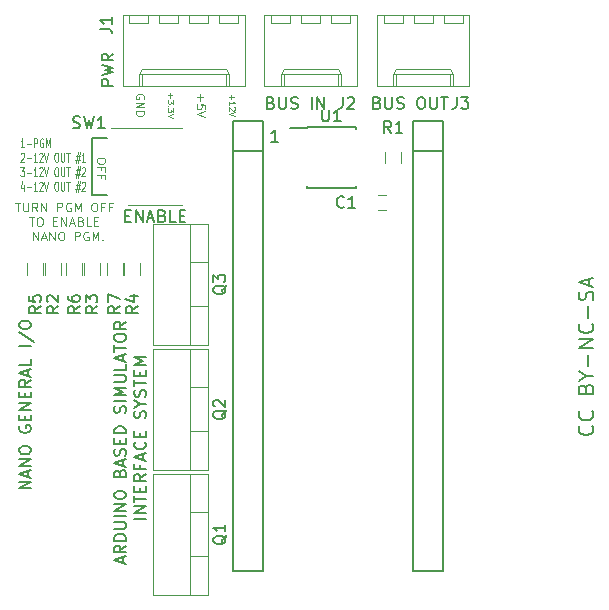
<source format=gto>
G04 #@! TF.FileFunction,Legend,Top*
%FSLAX46Y46*%
G04 Gerber Fmt 4.6, Leading zero omitted, Abs format (unit mm)*
G04 Created by KiCad (PCBNEW 4.0.7) date 02/19/18 15:12:52*
%MOMM*%
%LPD*%
G01*
G04 APERTURE LIST*
%ADD10C,0.100000*%
%ADD11C,0.150000*%
%ADD12C,0.200000*%
%ADD13C,0.120000*%
G04 APERTURE END LIST*
D10*
D11*
X133858000Y-77470000D02*
X135128000Y-77470000D01*
X133858000Y-72644000D02*
X133858000Y-77470000D01*
X135128000Y-72644000D02*
X133858000Y-72644000D01*
D10*
X135030714Y-74489429D02*
X135030714Y-74632286D01*
X134995000Y-74703714D01*
X134923571Y-74775143D01*
X134780714Y-74810857D01*
X134530714Y-74810857D01*
X134387857Y-74775143D01*
X134316429Y-74703714D01*
X134280714Y-74632286D01*
X134280714Y-74489429D01*
X134316429Y-74418000D01*
X134387857Y-74346571D01*
X134530714Y-74310857D01*
X134780714Y-74310857D01*
X134923571Y-74346571D01*
X134995000Y-74418000D01*
X135030714Y-74489429D01*
X134673571Y-75382285D02*
X134673571Y-75132285D01*
X134280714Y-75132285D02*
X135030714Y-75132285D01*
X135030714Y-75489428D01*
X134673571Y-76025142D02*
X134673571Y-75775142D01*
X134280714Y-75775142D02*
X135030714Y-75775142D01*
X135030714Y-76132285D01*
X128142952Y-73431786D02*
X127857238Y-73431786D01*
X128000095Y-73431786D02*
X128000095Y-72681786D01*
X127952476Y-72788929D01*
X127904857Y-72860357D01*
X127857238Y-72896071D01*
X128357238Y-73146071D02*
X128738190Y-73146071D01*
X128976286Y-73431786D02*
X128976286Y-72681786D01*
X129166762Y-72681786D01*
X129214381Y-72717500D01*
X129238190Y-72753214D01*
X129262000Y-72824643D01*
X129262000Y-72931786D01*
X129238190Y-73003214D01*
X129214381Y-73038929D01*
X129166762Y-73074643D01*
X128976286Y-73074643D01*
X129738190Y-72717500D02*
X129690571Y-72681786D01*
X129619143Y-72681786D01*
X129547714Y-72717500D01*
X129500095Y-72788929D01*
X129476286Y-72860357D01*
X129452476Y-73003214D01*
X129452476Y-73110357D01*
X129476286Y-73253214D01*
X129500095Y-73324643D01*
X129547714Y-73396071D01*
X129619143Y-73431786D01*
X129666762Y-73431786D01*
X129738190Y-73396071D01*
X129762000Y-73360357D01*
X129762000Y-73110357D01*
X129666762Y-73110357D01*
X129976286Y-73431786D02*
X129976286Y-72681786D01*
X130142952Y-73217500D01*
X130309619Y-72681786D01*
X130309619Y-73431786D01*
X127857238Y-73978214D02*
X127881048Y-73942500D01*
X127928667Y-73906786D01*
X128047714Y-73906786D01*
X128095333Y-73942500D01*
X128119143Y-73978214D01*
X128142952Y-74049643D01*
X128142952Y-74121071D01*
X128119143Y-74228214D01*
X127833429Y-74656786D01*
X128142952Y-74656786D01*
X128357238Y-74371071D02*
X128738190Y-74371071D01*
X129238190Y-74656786D02*
X128952476Y-74656786D01*
X129095333Y-74656786D02*
X129095333Y-73906786D01*
X129047714Y-74013929D01*
X129000095Y-74085357D01*
X128952476Y-74121071D01*
X129428666Y-73978214D02*
X129452476Y-73942500D01*
X129500095Y-73906786D01*
X129619142Y-73906786D01*
X129666761Y-73942500D01*
X129690571Y-73978214D01*
X129714380Y-74049643D01*
X129714380Y-74121071D01*
X129690571Y-74228214D01*
X129404857Y-74656786D01*
X129714380Y-74656786D01*
X129857237Y-73906786D02*
X130023904Y-74656786D01*
X130190570Y-73906786D01*
X130833427Y-73906786D02*
X130928665Y-73906786D01*
X130976284Y-73942500D01*
X131023903Y-74013929D01*
X131047712Y-74156786D01*
X131047712Y-74406786D01*
X131023903Y-74549643D01*
X130976284Y-74621071D01*
X130928665Y-74656786D01*
X130833427Y-74656786D01*
X130785808Y-74621071D01*
X130738189Y-74549643D01*
X130714379Y-74406786D01*
X130714379Y-74156786D01*
X130738189Y-74013929D01*
X130785808Y-73942500D01*
X130833427Y-73906786D01*
X131261999Y-73906786D02*
X131261999Y-74513929D01*
X131285808Y-74585357D01*
X131309618Y-74621071D01*
X131357237Y-74656786D01*
X131452475Y-74656786D01*
X131500094Y-74621071D01*
X131523903Y-74585357D01*
X131547713Y-74513929D01*
X131547713Y-73906786D01*
X131714380Y-73906786D02*
X132000094Y-73906786D01*
X131857237Y-74656786D02*
X131857237Y-73906786D01*
X132523903Y-74156786D02*
X132881046Y-74156786D01*
X132666760Y-73835357D02*
X132523903Y-74799643D01*
X132833427Y-74478214D02*
X132476284Y-74478214D01*
X132690570Y-74799643D02*
X132833427Y-73835357D01*
X133309617Y-74656786D02*
X133023903Y-74656786D01*
X133166760Y-74656786D02*
X133166760Y-73906786D01*
X133119141Y-74013929D01*
X133071522Y-74085357D01*
X133023903Y-74121071D01*
X127833429Y-75131786D02*
X128142952Y-75131786D01*
X127976286Y-75417500D01*
X128047714Y-75417500D01*
X128095333Y-75453214D01*
X128119143Y-75488929D01*
X128142952Y-75560357D01*
X128142952Y-75738929D01*
X128119143Y-75810357D01*
X128095333Y-75846071D01*
X128047714Y-75881786D01*
X127904857Y-75881786D01*
X127857238Y-75846071D01*
X127833429Y-75810357D01*
X128357238Y-75596071D02*
X128738190Y-75596071D01*
X129238190Y-75881786D02*
X128952476Y-75881786D01*
X129095333Y-75881786D02*
X129095333Y-75131786D01*
X129047714Y-75238929D01*
X129000095Y-75310357D01*
X128952476Y-75346071D01*
X129428666Y-75203214D02*
X129452476Y-75167500D01*
X129500095Y-75131786D01*
X129619142Y-75131786D01*
X129666761Y-75167500D01*
X129690571Y-75203214D01*
X129714380Y-75274643D01*
X129714380Y-75346071D01*
X129690571Y-75453214D01*
X129404857Y-75881786D01*
X129714380Y-75881786D01*
X129857237Y-75131786D02*
X130023904Y-75881786D01*
X130190570Y-75131786D01*
X130833427Y-75131786D02*
X130928665Y-75131786D01*
X130976284Y-75167500D01*
X131023903Y-75238929D01*
X131047712Y-75381786D01*
X131047712Y-75631786D01*
X131023903Y-75774643D01*
X130976284Y-75846071D01*
X130928665Y-75881786D01*
X130833427Y-75881786D01*
X130785808Y-75846071D01*
X130738189Y-75774643D01*
X130714379Y-75631786D01*
X130714379Y-75381786D01*
X130738189Y-75238929D01*
X130785808Y-75167500D01*
X130833427Y-75131786D01*
X131261999Y-75131786D02*
X131261999Y-75738929D01*
X131285808Y-75810357D01*
X131309618Y-75846071D01*
X131357237Y-75881786D01*
X131452475Y-75881786D01*
X131500094Y-75846071D01*
X131523903Y-75810357D01*
X131547713Y-75738929D01*
X131547713Y-75131786D01*
X131714380Y-75131786D02*
X132000094Y-75131786D01*
X131857237Y-75881786D02*
X131857237Y-75131786D01*
X132523903Y-75381786D02*
X132881046Y-75381786D01*
X132666760Y-75060357D02*
X132523903Y-76024643D01*
X132833427Y-75703214D02*
X132476284Y-75703214D01*
X132690570Y-76024643D02*
X132833427Y-75060357D01*
X133023903Y-75203214D02*
X133047713Y-75167500D01*
X133095332Y-75131786D01*
X133214379Y-75131786D01*
X133261998Y-75167500D01*
X133285808Y-75203214D01*
X133309617Y-75274643D01*
X133309617Y-75346071D01*
X133285808Y-75453214D01*
X133000094Y-75881786D01*
X133309617Y-75881786D01*
X128095333Y-76606786D02*
X128095333Y-77106786D01*
X127976286Y-76321071D02*
X127857238Y-76856786D01*
X128166762Y-76856786D01*
X128357238Y-76821071D02*
X128738190Y-76821071D01*
X129238190Y-77106786D02*
X128952476Y-77106786D01*
X129095333Y-77106786D02*
X129095333Y-76356786D01*
X129047714Y-76463929D01*
X129000095Y-76535357D01*
X128952476Y-76571071D01*
X129428666Y-76428214D02*
X129452476Y-76392500D01*
X129500095Y-76356786D01*
X129619142Y-76356786D01*
X129666761Y-76392500D01*
X129690571Y-76428214D01*
X129714380Y-76499643D01*
X129714380Y-76571071D01*
X129690571Y-76678214D01*
X129404857Y-77106786D01*
X129714380Y-77106786D01*
X129857237Y-76356786D02*
X130023904Y-77106786D01*
X130190570Y-76356786D01*
X130833427Y-76356786D02*
X130928665Y-76356786D01*
X130976284Y-76392500D01*
X131023903Y-76463929D01*
X131047712Y-76606786D01*
X131047712Y-76856786D01*
X131023903Y-76999643D01*
X130976284Y-77071071D01*
X130928665Y-77106786D01*
X130833427Y-77106786D01*
X130785808Y-77071071D01*
X130738189Y-76999643D01*
X130714379Y-76856786D01*
X130714379Y-76606786D01*
X130738189Y-76463929D01*
X130785808Y-76392500D01*
X130833427Y-76356786D01*
X131261999Y-76356786D02*
X131261999Y-76963929D01*
X131285808Y-77035357D01*
X131309618Y-77071071D01*
X131357237Y-77106786D01*
X131452475Y-77106786D01*
X131500094Y-77071071D01*
X131523903Y-77035357D01*
X131547713Y-76963929D01*
X131547713Y-76356786D01*
X131714380Y-76356786D02*
X132000094Y-76356786D01*
X131857237Y-77106786D02*
X131857237Y-76356786D01*
X132523903Y-76606786D02*
X132881046Y-76606786D01*
X132666760Y-76285357D02*
X132523903Y-77249643D01*
X132833427Y-76928214D02*
X132476284Y-76928214D01*
X132690570Y-77249643D02*
X132833427Y-76285357D01*
X133023903Y-76428214D02*
X133047713Y-76392500D01*
X133095332Y-76356786D01*
X133214379Y-76356786D01*
X133261998Y-76392500D01*
X133285808Y-76428214D01*
X133309617Y-76499643D01*
X133309617Y-76571071D01*
X133285808Y-76678214D01*
X133000094Y-77106786D01*
X133309617Y-77106786D01*
X127379572Y-78120286D02*
X127808143Y-78120286D01*
X127593857Y-78870286D02*
X127593857Y-78120286D01*
X128058143Y-78120286D02*
X128058143Y-78727429D01*
X128093858Y-78798857D01*
X128129572Y-78834571D01*
X128201001Y-78870286D01*
X128343858Y-78870286D01*
X128415286Y-78834571D01*
X128451001Y-78798857D01*
X128486715Y-78727429D01*
X128486715Y-78120286D01*
X129272429Y-78870286D02*
X129022429Y-78513143D01*
X128843857Y-78870286D02*
X128843857Y-78120286D01*
X129129572Y-78120286D01*
X129201000Y-78156000D01*
X129236715Y-78191714D01*
X129272429Y-78263143D01*
X129272429Y-78370286D01*
X129236715Y-78441714D01*
X129201000Y-78477429D01*
X129129572Y-78513143D01*
X128843857Y-78513143D01*
X129593857Y-78870286D02*
X129593857Y-78120286D01*
X130022429Y-78870286D01*
X130022429Y-78120286D01*
X130951000Y-78870286D02*
X130951000Y-78120286D01*
X131236715Y-78120286D01*
X131308143Y-78156000D01*
X131343858Y-78191714D01*
X131379572Y-78263143D01*
X131379572Y-78370286D01*
X131343858Y-78441714D01*
X131308143Y-78477429D01*
X131236715Y-78513143D01*
X130951000Y-78513143D01*
X132093858Y-78156000D02*
X132022429Y-78120286D01*
X131915286Y-78120286D01*
X131808143Y-78156000D01*
X131736715Y-78227429D01*
X131701000Y-78298857D01*
X131665286Y-78441714D01*
X131665286Y-78548857D01*
X131701000Y-78691714D01*
X131736715Y-78763143D01*
X131808143Y-78834571D01*
X131915286Y-78870286D01*
X131986715Y-78870286D01*
X132093858Y-78834571D01*
X132129572Y-78798857D01*
X132129572Y-78548857D01*
X131986715Y-78548857D01*
X132451000Y-78870286D02*
X132451000Y-78120286D01*
X132701000Y-78656000D01*
X132951000Y-78120286D01*
X132951000Y-78870286D01*
X134022430Y-78120286D02*
X134165287Y-78120286D01*
X134236715Y-78156000D01*
X134308144Y-78227429D01*
X134343858Y-78370286D01*
X134343858Y-78620286D01*
X134308144Y-78763143D01*
X134236715Y-78834571D01*
X134165287Y-78870286D01*
X134022430Y-78870286D01*
X133951001Y-78834571D01*
X133879572Y-78763143D01*
X133843858Y-78620286D01*
X133843858Y-78370286D01*
X133879572Y-78227429D01*
X133951001Y-78156000D01*
X134022430Y-78120286D01*
X134915286Y-78477429D02*
X134665286Y-78477429D01*
X134665286Y-78870286D02*
X134665286Y-78120286D01*
X135022429Y-78120286D01*
X135558143Y-78477429D02*
X135308143Y-78477429D01*
X135308143Y-78870286D02*
X135308143Y-78120286D01*
X135665286Y-78120286D01*
X128576001Y-79345286D02*
X129004572Y-79345286D01*
X128790286Y-80095286D02*
X128790286Y-79345286D01*
X129397430Y-79345286D02*
X129540287Y-79345286D01*
X129611715Y-79381000D01*
X129683144Y-79452429D01*
X129718858Y-79595286D01*
X129718858Y-79845286D01*
X129683144Y-79988143D01*
X129611715Y-80059571D01*
X129540287Y-80095286D01*
X129397430Y-80095286D01*
X129326001Y-80059571D01*
X129254572Y-79988143D01*
X129218858Y-79845286D01*
X129218858Y-79595286D01*
X129254572Y-79452429D01*
X129326001Y-79381000D01*
X129397430Y-79345286D01*
X130611715Y-79702429D02*
X130861715Y-79702429D01*
X130968858Y-80095286D02*
X130611715Y-80095286D01*
X130611715Y-79345286D01*
X130968858Y-79345286D01*
X131290286Y-80095286D02*
X131290286Y-79345286D01*
X131718858Y-80095286D01*
X131718858Y-79345286D01*
X132040286Y-79881000D02*
X132397429Y-79881000D01*
X131968858Y-80095286D02*
X132218858Y-79345286D01*
X132468858Y-80095286D01*
X132968857Y-79702429D02*
X133076000Y-79738143D01*
X133111715Y-79773857D01*
X133147429Y-79845286D01*
X133147429Y-79952429D01*
X133111715Y-80023857D01*
X133076000Y-80059571D01*
X133004572Y-80095286D01*
X132718857Y-80095286D01*
X132718857Y-79345286D01*
X132968857Y-79345286D01*
X133040286Y-79381000D01*
X133076000Y-79416714D01*
X133111715Y-79488143D01*
X133111715Y-79559571D01*
X133076000Y-79631000D01*
X133040286Y-79666714D01*
X132968857Y-79702429D01*
X132718857Y-79702429D01*
X133826000Y-80095286D02*
X133468857Y-80095286D01*
X133468857Y-79345286D01*
X134076000Y-79702429D02*
X134326000Y-79702429D01*
X134433143Y-80095286D02*
X134076000Y-80095286D01*
X134076000Y-79345286D01*
X134433143Y-79345286D01*
X128861714Y-81320286D02*
X128861714Y-80570286D01*
X129290286Y-81320286D01*
X129290286Y-80570286D01*
X129611714Y-81106000D02*
X129968857Y-81106000D01*
X129540286Y-81320286D02*
X129790286Y-80570286D01*
X130040286Y-81320286D01*
X130290285Y-81320286D02*
X130290285Y-80570286D01*
X130718857Y-81320286D01*
X130718857Y-80570286D01*
X131218857Y-80570286D02*
X131361714Y-80570286D01*
X131433142Y-80606000D01*
X131504571Y-80677429D01*
X131540285Y-80820286D01*
X131540285Y-81070286D01*
X131504571Y-81213143D01*
X131433142Y-81284571D01*
X131361714Y-81320286D01*
X131218857Y-81320286D01*
X131147428Y-81284571D01*
X131075999Y-81213143D01*
X131040285Y-81070286D01*
X131040285Y-80820286D01*
X131075999Y-80677429D01*
X131147428Y-80606000D01*
X131218857Y-80570286D01*
X132433142Y-81320286D02*
X132433142Y-80570286D01*
X132718857Y-80570286D01*
X132790285Y-80606000D01*
X132826000Y-80641714D01*
X132861714Y-80713143D01*
X132861714Y-80820286D01*
X132826000Y-80891714D01*
X132790285Y-80927429D01*
X132718857Y-80963143D01*
X132433142Y-80963143D01*
X133576000Y-80606000D02*
X133504571Y-80570286D01*
X133397428Y-80570286D01*
X133290285Y-80606000D01*
X133218857Y-80677429D01*
X133183142Y-80748857D01*
X133147428Y-80891714D01*
X133147428Y-80998857D01*
X133183142Y-81141714D01*
X133218857Y-81213143D01*
X133290285Y-81284571D01*
X133397428Y-81320286D01*
X133468857Y-81320286D01*
X133576000Y-81284571D01*
X133611714Y-81248857D01*
X133611714Y-80998857D01*
X133468857Y-80998857D01*
X133933142Y-81320286D02*
X133933142Y-80570286D01*
X134183142Y-81106000D01*
X134433142Y-80570286D01*
X134433142Y-81320286D01*
X134790285Y-81248857D02*
X134826000Y-81284571D01*
X134790285Y-81320286D01*
X134754571Y-81284571D01*
X134790285Y-81248857D01*
X134790285Y-81320286D01*
D12*
X176214429Y-97019333D02*
X176273952Y-97078857D01*
X176333476Y-97257428D01*
X176333476Y-97376476D01*
X176273952Y-97555048D01*
X176154905Y-97674095D01*
X176035857Y-97733619D01*
X175797762Y-97793143D01*
X175619190Y-97793143D01*
X175381095Y-97733619D01*
X175262048Y-97674095D01*
X175143000Y-97555048D01*
X175083476Y-97376476D01*
X175083476Y-97257428D01*
X175143000Y-97078857D01*
X175202524Y-97019333D01*
X176214429Y-95769333D02*
X176273952Y-95828857D01*
X176333476Y-96007428D01*
X176333476Y-96126476D01*
X176273952Y-96305048D01*
X176154905Y-96424095D01*
X176035857Y-96483619D01*
X175797762Y-96543143D01*
X175619190Y-96543143D01*
X175381095Y-96483619D01*
X175262048Y-96424095D01*
X175143000Y-96305048D01*
X175083476Y-96126476D01*
X175083476Y-96007428D01*
X175143000Y-95828857D01*
X175202524Y-95769333D01*
X175678714Y-93864571D02*
X175738238Y-93686000D01*
X175797762Y-93626476D01*
X175916810Y-93566952D01*
X176095381Y-93566952D01*
X176214429Y-93626476D01*
X176273952Y-93686000D01*
X176333476Y-93805047D01*
X176333476Y-94281238D01*
X175083476Y-94281238D01*
X175083476Y-93864571D01*
X175143000Y-93745524D01*
X175202524Y-93686000D01*
X175321571Y-93626476D01*
X175440619Y-93626476D01*
X175559667Y-93686000D01*
X175619190Y-93745524D01*
X175678714Y-93864571D01*
X175678714Y-94281238D01*
X175738238Y-92793143D02*
X176333476Y-92793143D01*
X175083476Y-93209809D02*
X175738238Y-92793143D01*
X175083476Y-92376476D01*
X175857286Y-91959809D02*
X175857286Y-91007428D01*
X176333476Y-90412190D02*
X175083476Y-90412190D01*
X176333476Y-89697904D01*
X175083476Y-89697904D01*
X176214429Y-88388380D02*
X176273952Y-88447904D01*
X176333476Y-88626475D01*
X176333476Y-88745523D01*
X176273952Y-88924095D01*
X176154905Y-89043142D01*
X176035857Y-89102666D01*
X175797762Y-89162190D01*
X175619190Y-89162190D01*
X175381095Y-89102666D01*
X175262048Y-89043142D01*
X175143000Y-88924095D01*
X175083476Y-88745523D01*
X175083476Y-88626475D01*
X175143000Y-88447904D01*
X175202524Y-88388380D01*
X175857286Y-87852666D02*
X175857286Y-86900285D01*
X176273952Y-86364571D02*
X176333476Y-86185999D01*
X176333476Y-85888380D01*
X176273952Y-85769333D01*
X176214429Y-85709809D01*
X176095381Y-85650285D01*
X175976333Y-85650285D01*
X175857286Y-85709809D01*
X175797762Y-85769333D01*
X175738238Y-85888380D01*
X175678714Y-86126476D01*
X175619190Y-86245523D01*
X175559667Y-86305047D01*
X175440619Y-86364571D01*
X175321571Y-86364571D01*
X175202524Y-86305047D01*
X175143000Y-86245523D01*
X175083476Y-86126476D01*
X175083476Y-85828856D01*
X175143000Y-85650285D01*
X175976333Y-85174095D02*
X175976333Y-84578857D01*
X176333476Y-85293142D02*
X175083476Y-84876476D01*
X176333476Y-84459809D01*
X128722381Y-102321429D02*
X127722381Y-102321429D01*
X128722381Y-101750000D01*
X127722381Y-101750000D01*
X128436667Y-101321429D02*
X128436667Y-100845238D01*
X128722381Y-101416667D02*
X127722381Y-101083334D01*
X128722381Y-100750000D01*
X128722381Y-100416667D02*
X127722381Y-100416667D01*
X128722381Y-99845238D01*
X127722381Y-99845238D01*
X127722381Y-99178572D02*
X127722381Y-98988095D01*
X127770000Y-98892857D01*
X127865238Y-98797619D01*
X128055714Y-98750000D01*
X128389048Y-98750000D01*
X128579524Y-98797619D01*
X128674762Y-98892857D01*
X128722381Y-98988095D01*
X128722381Y-99178572D01*
X128674762Y-99273810D01*
X128579524Y-99369048D01*
X128389048Y-99416667D01*
X128055714Y-99416667D01*
X127865238Y-99369048D01*
X127770000Y-99273810D01*
X127722381Y-99178572D01*
X127770000Y-97035714D02*
X127722381Y-97130952D01*
X127722381Y-97273809D01*
X127770000Y-97416667D01*
X127865238Y-97511905D01*
X127960476Y-97559524D01*
X128150952Y-97607143D01*
X128293810Y-97607143D01*
X128484286Y-97559524D01*
X128579524Y-97511905D01*
X128674762Y-97416667D01*
X128722381Y-97273809D01*
X128722381Y-97178571D01*
X128674762Y-97035714D01*
X128627143Y-96988095D01*
X128293810Y-96988095D01*
X128293810Y-97178571D01*
X128198571Y-96559524D02*
X128198571Y-96226190D01*
X128722381Y-96083333D02*
X128722381Y-96559524D01*
X127722381Y-96559524D01*
X127722381Y-96083333D01*
X128722381Y-95654762D02*
X127722381Y-95654762D01*
X128722381Y-95083333D01*
X127722381Y-95083333D01*
X128198571Y-94607143D02*
X128198571Y-94273809D01*
X128722381Y-94130952D02*
X128722381Y-94607143D01*
X127722381Y-94607143D01*
X127722381Y-94130952D01*
X128722381Y-93130952D02*
X128246190Y-93464286D01*
X128722381Y-93702381D02*
X127722381Y-93702381D01*
X127722381Y-93321428D01*
X127770000Y-93226190D01*
X127817619Y-93178571D01*
X127912857Y-93130952D01*
X128055714Y-93130952D01*
X128150952Y-93178571D01*
X128198571Y-93226190D01*
X128246190Y-93321428D01*
X128246190Y-93702381D01*
X128436667Y-92750000D02*
X128436667Y-92273809D01*
X128722381Y-92845238D02*
X127722381Y-92511905D01*
X128722381Y-92178571D01*
X128722381Y-91369047D02*
X128722381Y-91845238D01*
X127722381Y-91845238D01*
X128722381Y-90273809D02*
X127722381Y-90273809D01*
X127674762Y-89083333D02*
X128960476Y-89940476D01*
X127722381Y-88559524D02*
X127722381Y-88369047D01*
X127770000Y-88273809D01*
X127865238Y-88178571D01*
X128055714Y-88130952D01*
X128389048Y-88130952D01*
X128579524Y-88178571D01*
X128674762Y-88273809D01*
X128722381Y-88369047D01*
X128722381Y-88559524D01*
X128674762Y-88654762D01*
X128579524Y-88750000D01*
X128389048Y-88797619D01*
X128055714Y-88797619D01*
X127865238Y-88750000D01*
X127770000Y-88654762D01*
X127722381Y-88559524D01*
X136476667Y-108639238D02*
X136476667Y-108163047D01*
X136762381Y-108734476D02*
X135762381Y-108401143D01*
X136762381Y-108067809D01*
X136762381Y-107163047D02*
X136286190Y-107496381D01*
X136762381Y-107734476D02*
X135762381Y-107734476D01*
X135762381Y-107353523D01*
X135810000Y-107258285D01*
X135857619Y-107210666D01*
X135952857Y-107163047D01*
X136095714Y-107163047D01*
X136190952Y-107210666D01*
X136238571Y-107258285D01*
X136286190Y-107353523D01*
X136286190Y-107734476D01*
X136762381Y-106734476D02*
X135762381Y-106734476D01*
X135762381Y-106496381D01*
X135810000Y-106353523D01*
X135905238Y-106258285D01*
X136000476Y-106210666D01*
X136190952Y-106163047D01*
X136333810Y-106163047D01*
X136524286Y-106210666D01*
X136619524Y-106258285D01*
X136714762Y-106353523D01*
X136762381Y-106496381D01*
X136762381Y-106734476D01*
X135762381Y-105734476D02*
X136571905Y-105734476D01*
X136667143Y-105686857D01*
X136714762Y-105639238D01*
X136762381Y-105544000D01*
X136762381Y-105353523D01*
X136714762Y-105258285D01*
X136667143Y-105210666D01*
X136571905Y-105163047D01*
X135762381Y-105163047D01*
X136762381Y-104686857D02*
X135762381Y-104686857D01*
X136762381Y-104210667D02*
X135762381Y-104210667D01*
X136762381Y-103639238D01*
X135762381Y-103639238D01*
X135762381Y-102972572D02*
X135762381Y-102782095D01*
X135810000Y-102686857D01*
X135905238Y-102591619D01*
X136095714Y-102544000D01*
X136429048Y-102544000D01*
X136619524Y-102591619D01*
X136714762Y-102686857D01*
X136762381Y-102782095D01*
X136762381Y-102972572D01*
X136714762Y-103067810D01*
X136619524Y-103163048D01*
X136429048Y-103210667D01*
X136095714Y-103210667D01*
X135905238Y-103163048D01*
X135810000Y-103067810D01*
X135762381Y-102972572D01*
X136238571Y-101020190D02*
X136286190Y-100877333D01*
X136333810Y-100829714D01*
X136429048Y-100782095D01*
X136571905Y-100782095D01*
X136667143Y-100829714D01*
X136714762Y-100877333D01*
X136762381Y-100972571D01*
X136762381Y-101353524D01*
X135762381Y-101353524D01*
X135762381Y-101020190D01*
X135810000Y-100924952D01*
X135857619Y-100877333D01*
X135952857Y-100829714D01*
X136048095Y-100829714D01*
X136143333Y-100877333D01*
X136190952Y-100924952D01*
X136238571Y-101020190D01*
X136238571Y-101353524D01*
X136476667Y-100401143D02*
X136476667Y-99924952D01*
X136762381Y-100496381D02*
X135762381Y-100163048D01*
X136762381Y-99829714D01*
X136714762Y-99544000D02*
X136762381Y-99401143D01*
X136762381Y-99163047D01*
X136714762Y-99067809D01*
X136667143Y-99020190D01*
X136571905Y-98972571D01*
X136476667Y-98972571D01*
X136381429Y-99020190D01*
X136333810Y-99067809D01*
X136286190Y-99163047D01*
X136238571Y-99353524D01*
X136190952Y-99448762D01*
X136143333Y-99496381D01*
X136048095Y-99544000D01*
X135952857Y-99544000D01*
X135857619Y-99496381D01*
X135810000Y-99448762D01*
X135762381Y-99353524D01*
X135762381Y-99115428D01*
X135810000Y-98972571D01*
X136238571Y-98544000D02*
X136238571Y-98210666D01*
X136762381Y-98067809D02*
X136762381Y-98544000D01*
X135762381Y-98544000D01*
X135762381Y-98067809D01*
X136762381Y-97639238D02*
X135762381Y-97639238D01*
X135762381Y-97401143D01*
X135810000Y-97258285D01*
X135905238Y-97163047D01*
X136000476Y-97115428D01*
X136190952Y-97067809D01*
X136333810Y-97067809D01*
X136524286Y-97115428D01*
X136619524Y-97163047D01*
X136714762Y-97258285D01*
X136762381Y-97401143D01*
X136762381Y-97639238D01*
X136714762Y-95924952D02*
X136762381Y-95782095D01*
X136762381Y-95543999D01*
X136714762Y-95448761D01*
X136667143Y-95401142D01*
X136571905Y-95353523D01*
X136476667Y-95353523D01*
X136381429Y-95401142D01*
X136333810Y-95448761D01*
X136286190Y-95543999D01*
X136238571Y-95734476D01*
X136190952Y-95829714D01*
X136143333Y-95877333D01*
X136048095Y-95924952D01*
X135952857Y-95924952D01*
X135857619Y-95877333D01*
X135810000Y-95829714D01*
X135762381Y-95734476D01*
X135762381Y-95496380D01*
X135810000Y-95353523D01*
X136762381Y-94924952D02*
X135762381Y-94924952D01*
X136762381Y-94448762D02*
X135762381Y-94448762D01*
X136476667Y-94115428D01*
X135762381Y-93782095D01*
X136762381Y-93782095D01*
X135762381Y-93305905D02*
X136571905Y-93305905D01*
X136667143Y-93258286D01*
X136714762Y-93210667D01*
X136762381Y-93115429D01*
X136762381Y-92924952D01*
X136714762Y-92829714D01*
X136667143Y-92782095D01*
X136571905Y-92734476D01*
X135762381Y-92734476D01*
X136762381Y-91782095D02*
X136762381Y-92258286D01*
X135762381Y-92258286D01*
X136476667Y-91496381D02*
X136476667Y-91020190D01*
X136762381Y-91591619D02*
X135762381Y-91258286D01*
X136762381Y-90924952D01*
X135762381Y-90734476D02*
X135762381Y-90163047D01*
X136762381Y-90448762D02*
X135762381Y-90448762D01*
X135762381Y-89639238D02*
X135762381Y-89448761D01*
X135810000Y-89353523D01*
X135905238Y-89258285D01*
X136095714Y-89210666D01*
X136429048Y-89210666D01*
X136619524Y-89258285D01*
X136714762Y-89353523D01*
X136762381Y-89448761D01*
X136762381Y-89639238D01*
X136714762Y-89734476D01*
X136619524Y-89829714D01*
X136429048Y-89877333D01*
X136095714Y-89877333D01*
X135905238Y-89829714D01*
X135810000Y-89734476D01*
X135762381Y-89639238D01*
X136762381Y-88210666D02*
X136286190Y-88544000D01*
X136762381Y-88782095D02*
X135762381Y-88782095D01*
X135762381Y-88401142D01*
X135810000Y-88305904D01*
X135857619Y-88258285D01*
X135952857Y-88210666D01*
X136095714Y-88210666D01*
X136190952Y-88258285D01*
X136238571Y-88305904D01*
X136286190Y-88401142D01*
X136286190Y-88782095D01*
X138462381Y-104877334D02*
X137462381Y-104877334D01*
X138462381Y-104401144D02*
X137462381Y-104401144D01*
X138462381Y-103829715D01*
X137462381Y-103829715D01*
X137462381Y-103496382D02*
X137462381Y-102924953D01*
X138462381Y-103210668D02*
X137462381Y-103210668D01*
X137938571Y-102591620D02*
X137938571Y-102258286D01*
X138462381Y-102115429D02*
X138462381Y-102591620D01*
X137462381Y-102591620D01*
X137462381Y-102115429D01*
X138462381Y-101115429D02*
X137986190Y-101448763D01*
X138462381Y-101686858D02*
X137462381Y-101686858D01*
X137462381Y-101305905D01*
X137510000Y-101210667D01*
X137557619Y-101163048D01*
X137652857Y-101115429D01*
X137795714Y-101115429D01*
X137890952Y-101163048D01*
X137938571Y-101210667D01*
X137986190Y-101305905D01*
X137986190Y-101686858D01*
X137938571Y-100353524D02*
X137938571Y-100686858D01*
X138462381Y-100686858D02*
X137462381Y-100686858D01*
X137462381Y-100210667D01*
X138176667Y-99877334D02*
X138176667Y-99401143D01*
X138462381Y-99972572D02*
X137462381Y-99639239D01*
X138462381Y-99305905D01*
X138367143Y-98401143D02*
X138414762Y-98448762D01*
X138462381Y-98591619D01*
X138462381Y-98686857D01*
X138414762Y-98829715D01*
X138319524Y-98924953D01*
X138224286Y-98972572D01*
X138033810Y-99020191D01*
X137890952Y-99020191D01*
X137700476Y-98972572D01*
X137605238Y-98924953D01*
X137510000Y-98829715D01*
X137462381Y-98686857D01*
X137462381Y-98591619D01*
X137510000Y-98448762D01*
X137557619Y-98401143D01*
X137938571Y-97972572D02*
X137938571Y-97639238D01*
X138462381Y-97496381D02*
X138462381Y-97972572D01*
X137462381Y-97972572D01*
X137462381Y-97496381D01*
X138414762Y-96353524D02*
X138462381Y-96210667D01*
X138462381Y-95972571D01*
X138414762Y-95877333D01*
X138367143Y-95829714D01*
X138271905Y-95782095D01*
X138176667Y-95782095D01*
X138081429Y-95829714D01*
X138033810Y-95877333D01*
X137986190Y-95972571D01*
X137938571Y-96163048D01*
X137890952Y-96258286D01*
X137843333Y-96305905D01*
X137748095Y-96353524D01*
X137652857Y-96353524D01*
X137557619Y-96305905D01*
X137510000Y-96258286D01*
X137462381Y-96163048D01*
X137462381Y-95924952D01*
X137510000Y-95782095D01*
X137986190Y-95163048D02*
X138462381Y-95163048D01*
X137462381Y-95496381D02*
X137986190Y-95163048D01*
X137462381Y-94829714D01*
X138414762Y-94544000D02*
X138462381Y-94401143D01*
X138462381Y-94163047D01*
X138414762Y-94067809D01*
X138367143Y-94020190D01*
X138271905Y-93972571D01*
X138176667Y-93972571D01*
X138081429Y-94020190D01*
X138033810Y-94067809D01*
X137986190Y-94163047D01*
X137938571Y-94353524D01*
X137890952Y-94448762D01*
X137843333Y-94496381D01*
X137748095Y-94544000D01*
X137652857Y-94544000D01*
X137557619Y-94496381D01*
X137510000Y-94448762D01*
X137462381Y-94353524D01*
X137462381Y-94115428D01*
X137510000Y-93972571D01*
X137462381Y-93686857D02*
X137462381Y-93115428D01*
X138462381Y-93401143D02*
X137462381Y-93401143D01*
X137938571Y-92782095D02*
X137938571Y-92448761D01*
X138462381Y-92305904D02*
X138462381Y-92782095D01*
X137462381Y-92782095D01*
X137462381Y-92305904D01*
X138462381Y-91877333D02*
X137462381Y-91877333D01*
X138176667Y-91543999D01*
X137462381Y-91210666D01*
X138462381Y-91210666D01*
D10*
X138272000Y-69316667D02*
X138305333Y-69250001D01*
X138305333Y-69150001D01*
X138272000Y-69050001D01*
X138205333Y-68983334D01*
X138138667Y-68950001D01*
X138005333Y-68916667D01*
X137905333Y-68916667D01*
X137772000Y-68950001D01*
X137705333Y-68983334D01*
X137638667Y-69050001D01*
X137605333Y-69150001D01*
X137605333Y-69216667D01*
X137638667Y-69316667D01*
X137672000Y-69350001D01*
X137905333Y-69350001D01*
X137905333Y-69216667D01*
X137605333Y-69650001D02*
X138305333Y-69650001D01*
X137605333Y-70050001D01*
X138305333Y-70050001D01*
X137605333Y-70383334D02*
X138305333Y-70383334D01*
X138305333Y-70550000D01*
X138272000Y-70650000D01*
X138205333Y-70716667D01*
X138138667Y-70750000D01*
X138005333Y-70783334D01*
X137905333Y-70783334D01*
X137772000Y-70750000D01*
X137705333Y-70716667D01*
X137638667Y-70650000D01*
X137605333Y-70550000D01*
X137605333Y-70383334D01*
X140480023Y-68850001D02*
X140480023Y-69230953D01*
X140289547Y-69040477D02*
X140670499Y-69040477D01*
X140789547Y-69421430D02*
X140789547Y-69730953D01*
X140599070Y-69564287D01*
X140599070Y-69635715D01*
X140575261Y-69683334D01*
X140551451Y-69707144D01*
X140503832Y-69730953D01*
X140384785Y-69730953D01*
X140337166Y-69707144D01*
X140313356Y-69683334D01*
X140289547Y-69635715D01*
X140289547Y-69492858D01*
X140313356Y-69445239D01*
X140337166Y-69421430D01*
X140337166Y-69945239D02*
X140313356Y-69969048D01*
X140289547Y-69945239D01*
X140313356Y-69921429D01*
X140337166Y-69945239D01*
X140289547Y-69945239D01*
X140789547Y-70135715D02*
X140789547Y-70445238D01*
X140599070Y-70278572D01*
X140599070Y-70350000D01*
X140575261Y-70397619D01*
X140551451Y-70421429D01*
X140503832Y-70445238D01*
X140384785Y-70445238D01*
X140337166Y-70421429D01*
X140313356Y-70397619D01*
X140289547Y-70350000D01*
X140289547Y-70207143D01*
X140313356Y-70159524D01*
X140337166Y-70135715D01*
X140789547Y-70588095D02*
X140289547Y-70754762D01*
X140789547Y-70921428D01*
X143005737Y-68950000D02*
X143005737Y-69483333D01*
X142739070Y-69216666D02*
X143272404Y-69216666D01*
X143439070Y-70150000D02*
X143439070Y-69816667D01*
X143105737Y-69783333D01*
X143139070Y-69816667D01*
X143172404Y-69883333D01*
X143172404Y-70050000D01*
X143139070Y-70116667D01*
X143105737Y-70150000D01*
X143039070Y-70183333D01*
X142872404Y-70183333D01*
X142805737Y-70150000D01*
X142772404Y-70116667D01*
X142739070Y-70050000D01*
X142739070Y-69883333D01*
X142772404Y-69816667D01*
X142805737Y-69783333D01*
X143439070Y-70383334D02*
X142739070Y-70616667D01*
X143439070Y-70850000D01*
X145687023Y-68969049D02*
X145687023Y-69350001D01*
X145496547Y-69159525D02*
X145877499Y-69159525D01*
X145496547Y-69850001D02*
X145496547Y-69564287D01*
X145496547Y-69707144D02*
X145996547Y-69707144D01*
X145925118Y-69659525D01*
X145877499Y-69611906D01*
X145853689Y-69564287D01*
X145948927Y-70040477D02*
X145972737Y-70064287D01*
X145996547Y-70111906D01*
X145996547Y-70230953D01*
X145972737Y-70278572D01*
X145948927Y-70302382D01*
X145901308Y-70326191D01*
X145853689Y-70326191D01*
X145782261Y-70302382D01*
X145496547Y-70016668D01*
X145496547Y-70326191D01*
X145996547Y-70469048D02*
X145496547Y-70635715D01*
X145996547Y-70802381D01*
D11*
X149637715Y-72969381D02*
X149066286Y-72969381D01*
X149352000Y-72969381D02*
X149352000Y-71969381D01*
X149256762Y-72112238D01*
X149161524Y-72207476D01*
X149066286Y-72255095D01*
D13*
X136478737Y-62258000D02*
X136478737Y-68258000D01*
X136478737Y-68258000D02*
X146838737Y-68258000D01*
X146838737Y-68258000D02*
X146838737Y-62258000D01*
X146838737Y-62258000D02*
X136478737Y-62258000D01*
X137848737Y-68258000D02*
X137848737Y-67258000D01*
X137848737Y-67258000D02*
X145468737Y-67258000D01*
X145468737Y-67258000D02*
X145468737Y-68258000D01*
X137848737Y-67258000D02*
X138098737Y-66828000D01*
X138098737Y-66828000D02*
X145218737Y-66828000D01*
X145218737Y-66828000D02*
X145468737Y-67258000D01*
X138098737Y-68258000D02*
X138098737Y-67258000D01*
X145218737Y-68258000D02*
X145218737Y-67258000D01*
X137048737Y-62258000D02*
X137048737Y-62878000D01*
X137048737Y-62878000D02*
X138648737Y-62878000D01*
X138648737Y-62878000D02*
X138648737Y-62258000D01*
X139588737Y-62258000D02*
X139588737Y-62878000D01*
X139588737Y-62878000D02*
X141188737Y-62878000D01*
X141188737Y-62878000D02*
X141188737Y-62258000D01*
X142128737Y-62258000D02*
X142128737Y-62878000D01*
X142128737Y-62878000D02*
X143728737Y-62878000D01*
X143728737Y-62878000D02*
X143728737Y-62258000D01*
X144668737Y-62258000D02*
X144668737Y-62878000D01*
X144668737Y-62878000D02*
X146268737Y-62878000D01*
X146268737Y-62878000D02*
X146268737Y-62258000D01*
D11*
X148336000Y-73787000D02*
X148336000Y-71247000D01*
X148336000Y-71247000D02*
X145796000Y-71247000D01*
X145796000Y-71247000D02*
X145796000Y-73787000D01*
X148336000Y-73787000D02*
X148336000Y-109347000D01*
X148336000Y-109347000D02*
X145796000Y-109347000D01*
X145796000Y-109347000D02*
X145796000Y-73787000D01*
X145796000Y-73787000D02*
X148336000Y-73787000D01*
X163576000Y-73787000D02*
X163576000Y-71247000D01*
X163576000Y-71247000D02*
X161036000Y-71247000D01*
X161036000Y-71247000D02*
X161036000Y-73787000D01*
X163576000Y-73787000D02*
X163576000Y-109347000D01*
X163576000Y-109347000D02*
X161036000Y-109347000D01*
X161036000Y-109347000D02*
X161036000Y-73787000D01*
X161036000Y-73787000D02*
X163576000Y-73787000D01*
D13*
X158085000Y-77505000D02*
X158785000Y-77505000D01*
X158785000Y-78705000D02*
X158085000Y-78705000D01*
X143720000Y-101080000D02*
X143720000Y-111320000D01*
X139079000Y-101080000D02*
X139079000Y-111320000D01*
X143720000Y-101080000D02*
X139079000Y-101080000D01*
X143720000Y-111320000D02*
X139079000Y-111320000D01*
X142210000Y-101080000D02*
X142210000Y-111320000D01*
X143720000Y-104350000D02*
X142210000Y-104350000D01*
X143720000Y-108051000D02*
X142210000Y-108051000D01*
X158705000Y-74795000D02*
X158705000Y-73795000D01*
X160065000Y-73795000D02*
X160065000Y-74795000D01*
D11*
X152070000Y-71720000D02*
X152070000Y-71770000D01*
X156220000Y-71720000D02*
X156220000Y-71865000D01*
X156220000Y-76870000D02*
X156220000Y-76725000D01*
X152070000Y-76870000D02*
X152070000Y-76725000D01*
X152070000Y-71720000D02*
X156220000Y-71720000D01*
X152070000Y-76870000D02*
X156220000Y-76870000D01*
X152070000Y-71770000D02*
X150670000Y-71770000D01*
D13*
X148490000Y-62258000D02*
X148490000Y-68258000D01*
X148490000Y-68258000D02*
X156310000Y-68258000D01*
X156310000Y-68258000D02*
X156310000Y-62258000D01*
X156310000Y-62258000D02*
X148490000Y-62258000D01*
X149860000Y-68258000D02*
X149860000Y-67258000D01*
X149860000Y-67258000D02*
X154940000Y-67258000D01*
X154940000Y-67258000D02*
X154940000Y-68258000D01*
X149860000Y-67258000D02*
X150110000Y-66828000D01*
X150110000Y-66828000D02*
X154690000Y-66828000D01*
X154690000Y-66828000D02*
X154940000Y-67258000D01*
X150110000Y-68258000D02*
X150110000Y-67258000D01*
X154690000Y-68258000D02*
X154690000Y-67258000D01*
X149060000Y-62258000D02*
X149060000Y-62878000D01*
X149060000Y-62878000D02*
X150660000Y-62878000D01*
X150660000Y-62878000D02*
X150660000Y-62258000D01*
X151600000Y-62258000D02*
X151600000Y-62878000D01*
X151600000Y-62878000D02*
X153200000Y-62878000D01*
X153200000Y-62878000D02*
X153200000Y-62258000D01*
X154140000Y-62258000D02*
X154140000Y-62878000D01*
X154140000Y-62878000D02*
X155740000Y-62878000D01*
X155740000Y-62878000D02*
X155740000Y-62258000D01*
X158015000Y-62258000D02*
X158015000Y-68258000D01*
X158015000Y-68258000D02*
X165835000Y-68258000D01*
X165835000Y-68258000D02*
X165835000Y-62258000D01*
X165835000Y-62258000D02*
X158015000Y-62258000D01*
X159385000Y-68258000D02*
X159385000Y-67258000D01*
X159385000Y-67258000D02*
X164465000Y-67258000D01*
X164465000Y-67258000D02*
X164465000Y-68258000D01*
X159385000Y-67258000D02*
X159635000Y-66828000D01*
X159635000Y-66828000D02*
X164215000Y-66828000D01*
X164215000Y-66828000D02*
X164465000Y-67258000D01*
X159635000Y-68258000D02*
X159635000Y-67258000D01*
X164215000Y-68258000D02*
X164215000Y-67258000D01*
X158585000Y-62258000D02*
X158585000Y-62878000D01*
X158585000Y-62878000D02*
X160185000Y-62878000D01*
X160185000Y-62878000D02*
X160185000Y-62258000D01*
X161125000Y-62258000D02*
X161125000Y-62878000D01*
X161125000Y-62878000D02*
X162725000Y-62878000D01*
X162725000Y-62878000D02*
X162725000Y-62258000D01*
X163665000Y-62258000D02*
X163665000Y-62878000D01*
X163665000Y-62878000D02*
X165265000Y-62878000D01*
X165265000Y-62878000D02*
X165265000Y-62258000D01*
X143720000Y-90480000D02*
X143720000Y-100720000D01*
X139079000Y-90480000D02*
X139079000Y-100720000D01*
X143720000Y-90480000D02*
X139079000Y-90480000D01*
X143720000Y-100720000D02*
X139079000Y-100720000D01*
X142210000Y-90480000D02*
X142210000Y-100720000D01*
X143720000Y-93750000D02*
X142210000Y-93750000D01*
X143720000Y-97451000D02*
X142210000Y-97451000D01*
X143720000Y-79900000D02*
X143720000Y-90140000D01*
X139079000Y-79900000D02*
X139079000Y-90140000D01*
X143720000Y-79900000D02*
X139079000Y-79900000D01*
X143720000Y-90140000D02*
X139079000Y-90140000D01*
X142210000Y-79900000D02*
X142210000Y-90140000D01*
X143720000Y-83170000D02*
X142210000Y-83170000D01*
X143720000Y-86871000D02*
X142210000Y-86871000D01*
X129920000Y-84260000D02*
X129920000Y-83260000D01*
X131280000Y-83260000D02*
X131280000Y-84260000D01*
X133220000Y-84260000D02*
X133220000Y-83260000D01*
X134580000Y-83260000D02*
X134580000Y-84260000D01*
X136620000Y-84260000D02*
X136620000Y-83260000D01*
X137980000Y-83260000D02*
X137980000Y-84260000D01*
X129780000Y-83260000D02*
X129780000Y-84260000D01*
X128420000Y-84260000D02*
X128420000Y-83260000D01*
X133080000Y-83260000D02*
X133080000Y-84260000D01*
X131720000Y-84260000D02*
X131720000Y-83260000D01*
X136480000Y-83260000D02*
X136480000Y-84260000D01*
X135120000Y-84260000D02*
X135120000Y-83260000D01*
X135524000Y-71822000D02*
X141474000Y-71822000D01*
X136974000Y-78292000D02*
X141474000Y-78292000D01*
D11*
X134580381Y-63407876D02*
X135294667Y-63407876D01*
X135437524Y-63455496D01*
X135532762Y-63550734D01*
X135580381Y-63693591D01*
X135580381Y-63788829D01*
X135580381Y-62407876D02*
X135580381Y-62979305D01*
X135580381Y-62693591D02*
X134580381Y-62693591D01*
X134723238Y-62788829D01*
X134818476Y-62884067D01*
X134866095Y-62979305D01*
X135707381Y-68217876D02*
X134707381Y-68217876D01*
X134707381Y-67836923D01*
X134755000Y-67741685D01*
X134802619Y-67694066D01*
X134897857Y-67646447D01*
X135040714Y-67646447D01*
X135135952Y-67694066D01*
X135183571Y-67741685D01*
X135231190Y-67836923D01*
X135231190Y-68217876D01*
X134707381Y-67313114D02*
X135707381Y-67075019D01*
X134993095Y-66884542D01*
X135707381Y-66694066D01*
X134707381Y-66455971D01*
X135707381Y-65503590D02*
X135231190Y-65836924D01*
X135707381Y-66075019D02*
X134707381Y-66075019D01*
X134707381Y-65694066D01*
X134755000Y-65598828D01*
X134802619Y-65551209D01*
X134897857Y-65503590D01*
X135040714Y-65503590D01*
X135135952Y-65551209D01*
X135183571Y-65598828D01*
X135231190Y-65694066D01*
X135231190Y-66075019D01*
X155220334Y-78462143D02*
X155172715Y-78509762D01*
X155029858Y-78557381D01*
X154934620Y-78557381D01*
X154791762Y-78509762D01*
X154696524Y-78414524D01*
X154648905Y-78319286D01*
X154601286Y-78128810D01*
X154601286Y-77985952D01*
X154648905Y-77795476D01*
X154696524Y-77700238D01*
X154791762Y-77605000D01*
X154934620Y-77557381D01*
X155029858Y-77557381D01*
X155172715Y-77605000D01*
X155220334Y-77652619D01*
X156172715Y-78557381D02*
X155601286Y-78557381D01*
X155887000Y-78557381D02*
X155887000Y-77557381D01*
X155791762Y-77700238D01*
X155696524Y-77795476D01*
X155601286Y-77843095D01*
X145267619Y-106295238D02*
X145220000Y-106390476D01*
X145124762Y-106485714D01*
X144981905Y-106628571D01*
X144934286Y-106723810D01*
X144934286Y-106819048D01*
X145172381Y-106771429D02*
X145124762Y-106866667D01*
X145029524Y-106961905D01*
X144839048Y-107009524D01*
X144505714Y-107009524D01*
X144315238Y-106961905D01*
X144220000Y-106866667D01*
X144172381Y-106771429D01*
X144172381Y-106580952D01*
X144220000Y-106485714D01*
X144315238Y-106390476D01*
X144505714Y-106342857D01*
X144839048Y-106342857D01*
X145029524Y-106390476D01*
X145124762Y-106485714D01*
X145172381Y-106580952D01*
X145172381Y-106771429D01*
X145172381Y-105390476D02*
X145172381Y-105961905D01*
X145172381Y-105676191D02*
X144172381Y-105676191D01*
X144315238Y-105771429D01*
X144410476Y-105866667D01*
X144458095Y-105961905D01*
X159218334Y-72207381D02*
X158885000Y-71731190D01*
X158646905Y-72207381D02*
X158646905Y-71207381D01*
X159027858Y-71207381D01*
X159123096Y-71255000D01*
X159170715Y-71302619D01*
X159218334Y-71397857D01*
X159218334Y-71540714D01*
X159170715Y-71635952D01*
X159123096Y-71683571D01*
X159027858Y-71731190D01*
X158646905Y-71731190D01*
X160170715Y-72207381D02*
X159599286Y-72207381D01*
X159885000Y-72207381D02*
X159885000Y-71207381D01*
X159789762Y-71350238D01*
X159694524Y-71445476D01*
X159599286Y-71493095D01*
X153383095Y-70247381D02*
X153383095Y-71056905D01*
X153430714Y-71152143D01*
X153478333Y-71199762D01*
X153573571Y-71247381D01*
X153764048Y-71247381D01*
X153859286Y-71199762D01*
X153906905Y-71152143D01*
X153954524Y-71056905D01*
X153954524Y-70247381D01*
X154954524Y-71247381D02*
X154383095Y-71247381D01*
X154668809Y-71247381D02*
X154668809Y-70247381D01*
X154573571Y-70390238D01*
X154478333Y-70485476D01*
X154383095Y-70533095D01*
X155114667Y-69175381D02*
X155114667Y-69889667D01*
X155067047Y-70032524D01*
X154971809Y-70127762D01*
X154828952Y-70175381D01*
X154733714Y-70175381D01*
X155543238Y-69270619D02*
X155590857Y-69223000D01*
X155686095Y-69175381D01*
X155924191Y-69175381D01*
X156019429Y-69223000D01*
X156067048Y-69270619D01*
X156114667Y-69365857D01*
X156114667Y-69461095D01*
X156067048Y-69603952D01*
X155495619Y-70175381D01*
X156114667Y-70175381D01*
X149058572Y-69651571D02*
X149201429Y-69699190D01*
X149249048Y-69746810D01*
X149296667Y-69842048D01*
X149296667Y-69984905D01*
X149249048Y-70080143D01*
X149201429Y-70127762D01*
X149106191Y-70175381D01*
X148725238Y-70175381D01*
X148725238Y-69175381D01*
X149058572Y-69175381D01*
X149153810Y-69223000D01*
X149201429Y-69270619D01*
X149249048Y-69365857D01*
X149249048Y-69461095D01*
X149201429Y-69556333D01*
X149153810Y-69603952D01*
X149058572Y-69651571D01*
X148725238Y-69651571D01*
X149725238Y-69175381D02*
X149725238Y-69984905D01*
X149772857Y-70080143D01*
X149820476Y-70127762D01*
X149915714Y-70175381D01*
X150106191Y-70175381D01*
X150201429Y-70127762D01*
X150249048Y-70080143D01*
X150296667Y-69984905D01*
X150296667Y-69175381D01*
X150725238Y-70127762D02*
X150868095Y-70175381D01*
X151106191Y-70175381D01*
X151201429Y-70127762D01*
X151249048Y-70080143D01*
X151296667Y-69984905D01*
X151296667Y-69889667D01*
X151249048Y-69794429D01*
X151201429Y-69746810D01*
X151106191Y-69699190D01*
X150915714Y-69651571D01*
X150820476Y-69603952D01*
X150772857Y-69556333D01*
X150725238Y-69461095D01*
X150725238Y-69365857D01*
X150772857Y-69270619D01*
X150820476Y-69223000D01*
X150915714Y-69175381D01*
X151153810Y-69175381D01*
X151296667Y-69223000D01*
X152487143Y-70175381D02*
X152487143Y-69175381D01*
X152963333Y-70175381D02*
X152963333Y-69175381D01*
X153534762Y-70175381D01*
X153534762Y-69175381D01*
X164766667Y-69175381D02*
X164766667Y-69889667D01*
X164719047Y-70032524D01*
X164623809Y-70127762D01*
X164480952Y-70175381D01*
X164385714Y-70175381D01*
X165147619Y-69175381D02*
X165766667Y-69175381D01*
X165433333Y-69556333D01*
X165576191Y-69556333D01*
X165671429Y-69603952D01*
X165719048Y-69651571D01*
X165766667Y-69746810D01*
X165766667Y-69984905D01*
X165719048Y-70080143D01*
X165671429Y-70127762D01*
X165576191Y-70175381D01*
X165290476Y-70175381D01*
X165195238Y-70127762D01*
X165147619Y-70080143D01*
X158043905Y-69651571D02*
X158186762Y-69699190D01*
X158234381Y-69746810D01*
X158282000Y-69842048D01*
X158282000Y-69984905D01*
X158234381Y-70080143D01*
X158186762Y-70127762D01*
X158091524Y-70175381D01*
X157710571Y-70175381D01*
X157710571Y-69175381D01*
X158043905Y-69175381D01*
X158139143Y-69223000D01*
X158186762Y-69270619D01*
X158234381Y-69365857D01*
X158234381Y-69461095D01*
X158186762Y-69556333D01*
X158139143Y-69603952D01*
X158043905Y-69651571D01*
X157710571Y-69651571D01*
X158710571Y-69175381D02*
X158710571Y-69984905D01*
X158758190Y-70080143D01*
X158805809Y-70127762D01*
X158901047Y-70175381D01*
X159091524Y-70175381D01*
X159186762Y-70127762D01*
X159234381Y-70080143D01*
X159282000Y-69984905D01*
X159282000Y-69175381D01*
X159710571Y-70127762D02*
X159853428Y-70175381D01*
X160091524Y-70175381D01*
X160186762Y-70127762D01*
X160234381Y-70080143D01*
X160282000Y-69984905D01*
X160282000Y-69889667D01*
X160234381Y-69794429D01*
X160186762Y-69746810D01*
X160091524Y-69699190D01*
X159901047Y-69651571D01*
X159805809Y-69603952D01*
X159758190Y-69556333D01*
X159710571Y-69461095D01*
X159710571Y-69365857D01*
X159758190Y-69270619D01*
X159805809Y-69223000D01*
X159901047Y-69175381D01*
X160139143Y-69175381D01*
X160282000Y-69223000D01*
X161662952Y-69175381D02*
X161853429Y-69175381D01*
X161948667Y-69223000D01*
X162043905Y-69318238D01*
X162091524Y-69508714D01*
X162091524Y-69842048D01*
X162043905Y-70032524D01*
X161948667Y-70127762D01*
X161853429Y-70175381D01*
X161662952Y-70175381D01*
X161567714Y-70127762D01*
X161472476Y-70032524D01*
X161424857Y-69842048D01*
X161424857Y-69508714D01*
X161472476Y-69318238D01*
X161567714Y-69223000D01*
X161662952Y-69175381D01*
X162520095Y-69175381D02*
X162520095Y-69984905D01*
X162567714Y-70080143D01*
X162615333Y-70127762D01*
X162710571Y-70175381D01*
X162901048Y-70175381D01*
X162996286Y-70127762D01*
X163043905Y-70080143D01*
X163091524Y-69984905D01*
X163091524Y-69175381D01*
X163424857Y-69175381D02*
X163996286Y-69175381D01*
X163710571Y-70175381D02*
X163710571Y-69175381D01*
X145267619Y-95695238D02*
X145220000Y-95790476D01*
X145124762Y-95885714D01*
X144981905Y-96028571D01*
X144934286Y-96123810D01*
X144934286Y-96219048D01*
X145172381Y-96171429D02*
X145124762Y-96266667D01*
X145029524Y-96361905D01*
X144839048Y-96409524D01*
X144505714Y-96409524D01*
X144315238Y-96361905D01*
X144220000Y-96266667D01*
X144172381Y-96171429D01*
X144172381Y-95980952D01*
X144220000Y-95885714D01*
X144315238Y-95790476D01*
X144505714Y-95742857D01*
X144839048Y-95742857D01*
X145029524Y-95790476D01*
X145124762Y-95885714D01*
X145172381Y-95980952D01*
X145172381Y-96171429D01*
X144267619Y-95361905D02*
X144220000Y-95314286D01*
X144172381Y-95219048D01*
X144172381Y-94980952D01*
X144220000Y-94885714D01*
X144267619Y-94838095D01*
X144362857Y-94790476D01*
X144458095Y-94790476D01*
X144600952Y-94838095D01*
X145172381Y-95409524D01*
X145172381Y-94790476D01*
X145267619Y-85115238D02*
X145220000Y-85210476D01*
X145124762Y-85305714D01*
X144981905Y-85448571D01*
X144934286Y-85543810D01*
X144934286Y-85639048D01*
X145172381Y-85591429D02*
X145124762Y-85686667D01*
X145029524Y-85781905D01*
X144839048Y-85829524D01*
X144505714Y-85829524D01*
X144315238Y-85781905D01*
X144220000Y-85686667D01*
X144172381Y-85591429D01*
X144172381Y-85400952D01*
X144220000Y-85305714D01*
X144315238Y-85210476D01*
X144505714Y-85162857D01*
X144839048Y-85162857D01*
X145029524Y-85210476D01*
X145124762Y-85305714D01*
X145172381Y-85400952D01*
X145172381Y-85591429D01*
X144172381Y-84829524D02*
X144172381Y-84210476D01*
X144553333Y-84543810D01*
X144553333Y-84400952D01*
X144600952Y-84305714D01*
X144648571Y-84258095D01*
X144743810Y-84210476D01*
X144981905Y-84210476D01*
X145077143Y-84258095D01*
X145124762Y-84305714D01*
X145172381Y-84400952D01*
X145172381Y-84686667D01*
X145124762Y-84781905D01*
X145077143Y-84829524D01*
X131052381Y-86890666D02*
X130576190Y-87224000D01*
X131052381Y-87462095D02*
X130052381Y-87462095D01*
X130052381Y-87081142D01*
X130100000Y-86985904D01*
X130147619Y-86938285D01*
X130242857Y-86890666D01*
X130385714Y-86890666D01*
X130480952Y-86938285D01*
X130528571Y-86985904D01*
X130576190Y-87081142D01*
X130576190Y-87462095D01*
X130147619Y-86509714D02*
X130100000Y-86462095D01*
X130052381Y-86366857D01*
X130052381Y-86128761D01*
X130100000Y-86033523D01*
X130147619Y-85985904D01*
X130242857Y-85938285D01*
X130338095Y-85938285D01*
X130480952Y-85985904D01*
X131052381Y-86557333D01*
X131052381Y-85938285D01*
X134352381Y-86890666D02*
X133876190Y-87224000D01*
X134352381Y-87462095D02*
X133352381Y-87462095D01*
X133352381Y-87081142D01*
X133400000Y-86985904D01*
X133447619Y-86938285D01*
X133542857Y-86890666D01*
X133685714Y-86890666D01*
X133780952Y-86938285D01*
X133828571Y-86985904D01*
X133876190Y-87081142D01*
X133876190Y-87462095D01*
X133352381Y-86557333D02*
X133352381Y-85938285D01*
X133733333Y-86271619D01*
X133733333Y-86128761D01*
X133780952Y-86033523D01*
X133828571Y-85985904D01*
X133923810Y-85938285D01*
X134161905Y-85938285D01*
X134257143Y-85985904D01*
X134304762Y-86033523D01*
X134352381Y-86128761D01*
X134352381Y-86414476D01*
X134304762Y-86509714D01*
X134257143Y-86557333D01*
X137752381Y-86890666D02*
X137276190Y-87224000D01*
X137752381Y-87462095D02*
X136752381Y-87462095D01*
X136752381Y-87081142D01*
X136800000Y-86985904D01*
X136847619Y-86938285D01*
X136942857Y-86890666D01*
X137085714Y-86890666D01*
X137180952Y-86938285D01*
X137228571Y-86985904D01*
X137276190Y-87081142D01*
X137276190Y-87462095D01*
X137085714Y-86033523D02*
X137752381Y-86033523D01*
X136704762Y-86271619D02*
X137419048Y-86509714D01*
X137419048Y-85890666D01*
X129552381Y-86890666D02*
X129076190Y-87224000D01*
X129552381Y-87462095D02*
X128552381Y-87462095D01*
X128552381Y-87081142D01*
X128600000Y-86985904D01*
X128647619Y-86938285D01*
X128742857Y-86890666D01*
X128885714Y-86890666D01*
X128980952Y-86938285D01*
X129028571Y-86985904D01*
X129076190Y-87081142D01*
X129076190Y-87462095D01*
X128552381Y-85985904D02*
X128552381Y-86462095D01*
X129028571Y-86509714D01*
X128980952Y-86462095D01*
X128933333Y-86366857D01*
X128933333Y-86128761D01*
X128980952Y-86033523D01*
X129028571Y-85985904D01*
X129123810Y-85938285D01*
X129361905Y-85938285D01*
X129457143Y-85985904D01*
X129504762Y-86033523D01*
X129552381Y-86128761D01*
X129552381Y-86366857D01*
X129504762Y-86462095D01*
X129457143Y-86509714D01*
X132852381Y-86890666D02*
X132376190Y-87224000D01*
X132852381Y-87462095D02*
X131852381Y-87462095D01*
X131852381Y-87081142D01*
X131900000Y-86985904D01*
X131947619Y-86938285D01*
X132042857Y-86890666D01*
X132185714Y-86890666D01*
X132280952Y-86938285D01*
X132328571Y-86985904D01*
X132376190Y-87081142D01*
X132376190Y-87462095D01*
X131852381Y-86033523D02*
X131852381Y-86224000D01*
X131900000Y-86319238D01*
X131947619Y-86366857D01*
X132090476Y-86462095D01*
X132280952Y-86509714D01*
X132661905Y-86509714D01*
X132757143Y-86462095D01*
X132804762Y-86414476D01*
X132852381Y-86319238D01*
X132852381Y-86128761D01*
X132804762Y-86033523D01*
X132757143Y-85985904D01*
X132661905Y-85938285D01*
X132423810Y-85938285D01*
X132328571Y-85985904D01*
X132280952Y-86033523D01*
X132233333Y-86128761D01*
X132233333Y-86319238D01*
X132280952Y-86414476D01*
X132328571Y-86462095D01*
X132423810Y-86509714D01*
X136252381Y-86890666D02*
X135776190Y-87224000D01*
X136252381Y-87462095D02*
X135252381Y-87462095D01*
X135252381Y-87081142D01*
X135300000Y-86985904D01*
X135347619Y-86938285D01*
X135442857Y-86890666D01*
X135585714Y-86890666D01*
X135680952Y-86938285D01*
X135728571Y-86985904D01*
X135776190Y-87081142D01*
X135776190Y-87462095D01*
X135252381Y-86557333D02*
X135252381Y-85890666D01*
X136252381Y-86319238D01*
X132302667Y-71778762D02*
X132445524Y-71826381D01*
X132683620Y-71826381D01*
X132778858Y-71778762D01*
X132826477Y-71731143D01*
X132874096Y-71635905D01*
X132874096Y-71540667D01*
X132826477Y-71445429D01*
X132778858Y-71397810D01*
X132683620Y-71350190D01*
X132493143Y-71302571D01*
X132397905Y-71254952D01*
X132350286Y-71207333D01*
X132302667Y-71112095D01*
X132302667Y-71016857D01*
X132350286Y-70921619D01*
X132397905Y-70874000D01*
X132493143Y-70826381D01*
X132731239Y-70826381D01*
X132874096Y-70874000D01*
X133207429Y-70826381D02*
X133445524Y-71826381D01*
X133636001Y-71112095D01*
X133826477Y-71826381D01*
X134064572Y-70826381D01*
X134969334Y-71826381D02*
X134397905Y-71826381D01*
X134683619Y-71826381D02*
X134683619Y-70826381D01*
X134588381Y-70969238D01*
X134493143Y-71064476D01*
X134397905Y-71112095D01*
X136700190Y-79220571D02*
X137033524Y-79220571D01*
X137176381Y-79744381D02*
X136700190Y-79744381D01*
X136700190Y-78744381D01*
X137176381Y-78744381D01*
X137604952Y-79744381D02*
X137604952Y-78744381D01*
X138176381Y-79744381D01*
X138176381Y-78744381D01*
X138604952Y-79458667D02*
X139081143Y-79458667D01*
X138509714Y-79744381D02*
X138843047Y-78744381D01*
X139176381Y-79744381D01*
X139843048Y-79220571D02*
X139985905Y-79268190D01*
X140033524Y-79315810D01*
X140081143Y-79411048D01*
X140081143Y-79553905D01*
X140033524Y-79649143D01*
X139985905Y-79696762D01*
X139890667Y-79744381D01*
X139509714Y-79744381D01*
X139509714Y-78744381D01*
X139843048Y-78744381D01*
X139938286Y-78792000D01*
X139985905Y-78839619D01*
X140033524Y-78934857D01*
X140033524Y-79030095D01*
X139985905Y-79125333D01*
X139938286Y-79172952D01*
X139843048Y-79220571D01*
X139509714Y-79220571D01*
X140985905Y-79744381D02*
X140509714Y-79744381D01*
X140509714Y-78744381D01*
X141319238Y-79220571D02*
X141652572Y-79220571D01*
X141795429Y-79744381D02*
X141319238Y-79744381D01*
X141319238Y-78744381D01*
X141795429Y-78744381D01*
M02*

</source>
